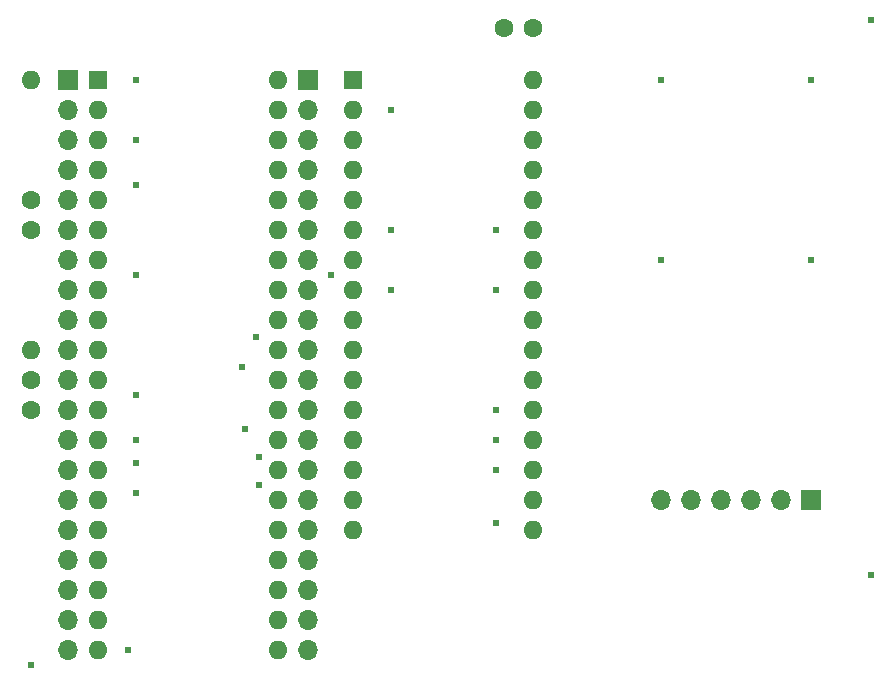
<source format=gbs>
G04 #@! TF.GenerationSoftware,KiCad,Pcbnew,(7.0.0-0)*
G04 #@! TF.CreationDate,2023-02-21T12:21:14+09:00*
G04 #@! TF.ProjectId,MEZ80SD,4d455a38-3053-4442-9e6b-696361645f70,A*
G04 #@! TF.SameCoordinates,PX5f5e100PY8f0d180*
G04 #@! TF.FileFunction,Soldermask,Bot*
G04 #@! TF.FilePolarity,Negative*
%FSLAX46Y46*%
G04 Gerber Fmt 4.6, Leading zero omitted, Abs format (unit mm)*
G04 Created by KiCad (PCBNEW (7.0.0-0)) date 2023-02-21 12:21:14*
%MOMM*%
%LPD*%
G01*
G04 APERTURE LIST*
%ADD10R,1.600000X1.600000*%
%ADD11O,1.600000X1.600000*%
%ADD12R,1.700000X1.700000*%
%ADD13O,1.700000X1.700000*%
%ADD14C,1.600000*%
%ADD15C,0.605000*%
G04 APERTURE END LIST*
D10*
X29209999Y50799999D03*
D11*
X29209999Y48259999D03*
X29209999Y45719999D03*
X29209999Y43179999D03*
X29209999Y40639999D03*
X29209999Y38099999D03*
X29209999Y35559999D03*
X29209999Y33019999D03*
X29209999Y30479999D03*
X29209999Y27939999D03*
X29209999Y25399999D03*
X29209999Y22859999D03*
X29209999Y20319999D03*
X29209999Y17779999D03*
X29209999Y15239999D03*
X29209999Y12699999D03*
X44449999Y12699999D03*
X44449999Y15239999D03*
X44449999Y17779999D03*
X44449999Y20319999D03*
X44449999Y22859999D03*
X44449999Y25399999D03*
X44449999Y27939999D03*
X44449999Y30479999D03*
X44449999Y33019999D03*
X44449999Y35559999D03*
X44449999Y38099999D03*
X44449999Y40639999D03*
X44449999Y43179999D03*
X44449999Y45719999D03*
X44449999Y48259999D03*
X44449999Y50799999D03*
D10*
X7619999Y50799999D03*
D11*
X7619999Y48259999D03*
X7619999Y45719999D03*
X7619999Y43179999D03*
X7619999Y40639999D03*
X7619999Y38099999D03*
X7619999Y35559999D03*
X7619999Y33019999D03*
X7619999Y30479999D03*
X7619999Y27939999D03*
X7619999Y25399999D03*
X7619999Y22859999D03*
X7619999Y20319999D03*
X7619999Y17779999D03*
X7619999Y15239999D03*
X7619999Y12699999D03*
X7619999Y10159999D03*
X7619999Y7619999D03*
X7619999Y5079999D03*
X7619999Y2539999D03*
X22859999Y2539999D03*
X22859999Y5079999D03*
X22859999Y7619999D03*
X22859999Y10159999D03*
X22859999Y12699999D03*
X22859999Y15239999D03*
X22859999Y17779999D03*
X22859999Y20319999D03*
X22859999Y22859999D03*
X22859999Y25399999D03*
X22859999Y27939999D03*
X22859999Y30479999D03*
X22859999Y33019999D03*
X22859999Y35559999D03*
X22859999Y38099999D03*
X22859999Y40639999D03*
X22859999Y43179999D03*
X22859999Y45719999D03*
X22859999Y48259999D03*
X22859999Y50799999D03*
D12*
X67944999Y15239999D03*
D13*
X65404999Y15239999D03*
X62864999Y15239999D03*
X60324999Y15239999D03*
X57784999Y15239999D03*
X55244999Y15239999D03*
D14*
X41950000Y55245000D03*
X44450000Y55245000D03*
X1905000Y40640000D03*
D11*
X1904999Y50799999D03*
D14*
X1905000Y25400000D03*
X1905000Y22900000D03*
X1905000Y38100000D03*
D11*
X1904999Y27939999D03*
D12*
X5084999Y50804999D03*
D13*
X5084999Y48264999D03*
X5084999Y45724999D03*
X5084999Y43184999D03*
X5084999Y40644999D03*
X5084999Y38104999D03*
X5084999Y35564999D03*
X5084999Y33024999D03*
X5084999Y30484999D03*
X5084999Y27944999D03*
X5084999Y25404999D03*
X5084999Y22864999D03*
X5084999Y20324999D03*
X5084999Y17784999D03*
X5084999Y15244999D03*
X5084999Y12704999D03*
X5084999Y10164999D03*
X5084999Y7624999D03*
X5084999Y5084999D03*
X5084999Y2544999D03*
D12*
X25404999Y50799999D03*
D13*
X25404999Y48259999D03*
X25404999Y45719999D03*
X25404999Y43179999D03*
X25404999Y40639999D03*
X25404999Y38099999D03*
X25404999Y35559999D03*
X25404999Y33019999D03*
X25404999Y30479999D03*
X25404999Y27939999D03*
X25404999Y25399999D03*
X25404999Y22859999D03*
X25404999Y20319999D03*
X25404999Y17779999D03*
X25404999Y15239999D03*
X25404999Y12699999D03*
X25404999Y10159999D03*
X25404999Y7619999D03*
X25404999Y5079999D03*
X25404999Y2539999D03*
D15*
X10795000Y45720000D03*
X55245000Y50800000D03*
X41275000Y22860000D03*
X55245000Y35560000D03*
X10795000Y50800000D03*
X10160000Y2540000D03*
X73025000Y8890000D03*
X41275000Y33020000D03*
X67945000Y50800000D03*
X27305000Y34290000D03*
X41275000Y38100000D03*
X10795000Y15875000D03*
X73025000Y55880000D03*
X32385000Y38100000D03*
X1905000Y1270000D03*
X10795000Y24130000D03*
X41275000Y17780000D03*
X10795000Y41910000D03*
X67945000Y35560000D03*
X41275000Y20320000D03*
X32385000Y48260000D03*
X10795000Y18415000D03*
X10795000Y34290000D03*
X10795000Y20320000D03*
X41275000Y13335000D03*
X32385000Y33020000D03*
X21209000Y18900400D03*
X21209000Y16510000D03*
X20081500Y21245400D03*
X19776700Y26494000D03*
X20995900Y29041000D03*
M02*

</source>
